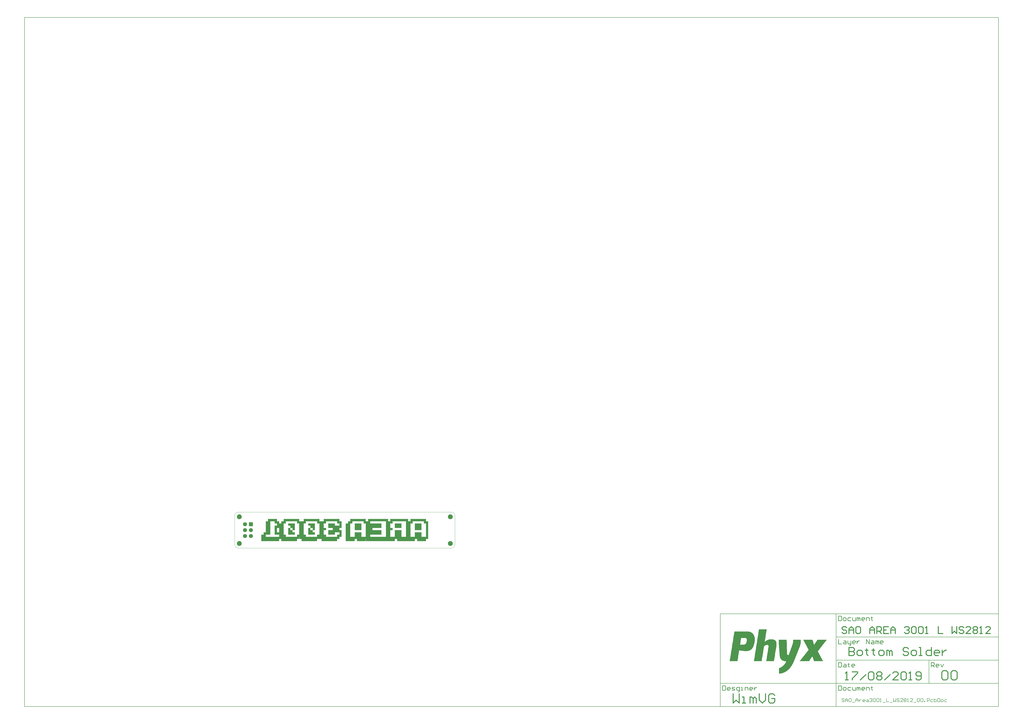
<source format=gbs>
G04*
G04 #@! TF.GenerationSoftware,Altium Limited,Altium Designer,18.1.7 (191)*
G04*
G04 Layer_Color=16711935*
%FSLAX25Y25*%
%MOIN*%
G70*
G01*
G75*
%ADD10C,0.01575*%
%ADD12C,0.00787*%
%ADD15C,0.00394*%
%ADD16C,0.00984*%
%ADD21C,0.08268*%
%ADD22C,0.06890*%
%ADD23R,0.06890X0.06890*%
G36*
X324938Y45566D02*
X328706D01*
Y41837D01*
Y38029D01*
Y34220D01*
Y30452D01*
Y26643D01*
Y22835D01*
Y19106D01*
Y15378D01*
X324938D01*
Y11649D01*
X309824D01*
Y15378D01*
X306015D01*
Y11649D01*
X290901D01*
Y15378D01*
X290861D01*
Y11649D01*
X275747D01*
Y15378D01*
X271938D01*
Y11649D01*
X256825D01*
Y15378D01*
X256785D01*
Y11649D01*
X222748D01*
Y15378D01*
X222708D01*
Y11649D01*
X207594D01*
Y15378D01*
X203785D01*
Y11649D01*
X188672D01*
Y15378D01*
Y19106D01*
Y22835D01*
Y26643D01*
Y30452D01*
Y34220D01*
Y38029D01*
Y41837D01*
X192400D01*
Y45566D01*
X196209D01*
Y49374D01*
X222708D01*
Y45566D01*
X226477D01*
Y49374D01*
X260553D01*
Y45566D01*
X264362D01*
Y49374D01*
X294630D01*
Y45566D01*
X298438D01*
Y49374D01*
X324938D01*
Y45566D01*
D02*
G37*
G36*
X177847D02*
X181616D01*
Y41837D01*
Y38029D01*
Y34220D01*
X177847D01*
Y30452D01*
X181616D01*
Y26643D01*
Y22835D01*
Y19106D01*
X177847D01*
Y15378D01*
X174039D01*
Y11649D01*
X147539D01*
Y15378D01*
X143811D01*
Y19106D01*
X143771D01*
Y15378D01*
X139962D01*
Y11649D01*
X113463D01*
Y15378D01*
X109734D01*
Y19106D01*
X109694D01*
Y15378D01*
X105886D01*
Y11649D01*
X79386D01*
Y15378D01*
X75618D01*
Y11649D01*
X45310D01*
Y15378D01*
Y19106D01*
Y22835D01*
X49118D01*
Y26643D01*
X52887D01*
Y30452D01*
Y34220D01*
Y38029D01*
Y41837D01*
Y45566D01*
X56695D01*
Y49374D01*
X71809D01*
Y45566D01*
X75618D01*
Y41837D01*
Y38029D01*
Y34220D01*
X71809D01*
Y30452D01*
Y26643D01*
X75658D01*
Y30452D01*
Y34220D01*
Y38029D01*
Y41837D01*
X79386D01*
Y45566D01*
X83195D01*
Y49374D01*
X109694D01*
Y45566D01*
X117271D01*
Y49374D01*
X143771D01*
Y45566D01*
X151348D01*
Y49374D01*
X177847D01*
Y45566D01*
D02*
G37*
G36*
X1005337Y-155808D02*
X1005050D01*
Y-156094D01*
X1004764D01*
Y-156380D01*
Y-156667D01*
X1004478D01*
Y-156953D01*
X1004192D01*
Y-157239D01*
X1003905D01*
Y-157526D01*
Y-157812D01*
X1003619D01*
Y-158098D01*
X1003333D01*
Y-158385D01*
X1003046D01*
Y-158671D01*
X1002760D01*
Y-158957D01*
Y-159244D01*
X1002474D01*
Y-159530D01*
X1002187D01*
Y-159816D01*
X1001901D01*
Y-160102D01*
Y-160389D01*
X1001615D01*
Y-160675D01*
X1001328D01*
Y-160961D01*
X1001042D01*
Y-161248D01*
X1000756D01*
Y-161534D01*
Y-161820D01*
X1000469D01*
Y-162107D01*
X1000183D01*
Y-162393D01*
X999897D01*
Y-162679D01*
Y-162966D01*
X999611D01*
Y-163252D01*
X999324D01*
Y-163538D01*
X999038D01*
Y-163824D01*
Y-164111D01*
X998752D01*
Y-164397D01*
X998465D01*
Y-164683D01*
X998179D01*
Y-164970D01*
X997893D01*
Y-165256D01*
Y-165542D01*
X997606D01*
Y-165829D01*
X997320D01*
Y-166115D01*
X997034D01*
Y-166401D01*
Y-166688D01*
X996747D01*
Y-166974D01*
X996461D01*
Y-167260D01*
X996175D01*
Y-167547D01*
Y-167833D01*
X995889D01*
Y-168119D01*
X995602D01*
Y-168405D01*
X995316D01*
Y-168692D01*
X995030D01*
Y-168978D01*
Y-169264D01*
X994743D01*
Y-169551D01*
X994457D01*
Y-169837D01*
X994171D01*
Y-170123D01*
Y-170410D01*
X993884D01*
Y-170696D01*
X993598D01*
Y-170982D01*
X993312D01*
Y-171269D01*
Y-171555D01*
X993025D01*
Y-171841D01*
X992739D01*
Y-172127D01*
X992453D01*
Y-172414D01*
X992166D01*
Y-172700D01*
Y-172986D01*
X991880D01*
Y-173273D01*
X991594D01*
Y-173559D01*
X991308D01*
Y-173845D01*
Y-174132D01*
X991021D01*
Y-174418D01*
X990735D01*
Y-174704D01*
X990449D01*
Y-174991D01*
X990162D01*
Y-175277D01*
Y-175563D01*
X990449D01*
Y-175850D01*
Y-176136D01*
X990735D01*
Y-176422D01*
Y-176709D01*
X991021D01*
Y-176995D01*
X991308D01*
Y-177281D01*
Y-177568D01*
X991594D01*
Y-177854D01*
Y-178140D01*
X991880D01*
Y-178426D01*
Y-178713D01*
X992166D01*
Y-178999D01*
Y-179285D01*
X992453D01*
Y-179572D01*
Y-179858D01*
X992739D01*
Y-180144D01*
Y-180431D01*
X993025D01*
Y-180717D01*
Y-181003D01*
X993312D01*
Y-181290D01*
Y-181576D01*
X993598D01*
Y-181862D01*
X993884D01*
Y-182149D01*
Y-182435D01*
X994171D01*
Y-182721D01*
Y-183007D01*
X994457D01*
Y-183294D01*
Y-183580D01*
X994743D01*
Y-183866D01*
Y-184153D01*
X995030D01*
Y-184439D01*
Y-184725D01*
X995316D01*
Y-185012D01*
Y-185298D01*
X995602D01*
Y-185584D01*
Y-185871D01*
X995889D01*
Y-186157D01*
X996175D01*
Y-186443D01*
Y-186730D01*
X996461D01*
Y-187016D01*
Y-187302D01*
X996747D01*
Y-187588D01*
Y-187875D01*
X997034D01*
Y-188161D01*
Y-188447D01*
X997320D01*
Y-188734D01*
Y-189020D01*
X997606D01*
Y-189306D01*
Y-189593D01*
X997893D01*
Y-189879D01*
Y-190165D01*
X998179D01*
Y-190452D01*
X998465D01*
Y-190738D01*
Y-191024D01*
X998752D01*
Y-191311D01*
Y-191597D01*
X999038D01*
Y-191883D01*
X983863D01*
Y-191597D01*
X983577D01*
Y-191311D01*
Y-191024D01*
Y-190738D01*
X983291D01*
Y-190452D01*
Y-190165D01*
Y-189879D01*
X983004D01*
Y-189593D01*
Y-189306D01*
X982718D01*
Y-189020D01*
Y-188734D01*
Y-188447D01*
X982432D01*
Y-188161D01*
Y-187875D01*
Y-187588D01*
X982146D01*
Y-187302D01*
Y-187016D01*
X981859D01*
Y-186730D01*
Y-186443D01*
Y-186157D01*
X981573D01*
Y-185871D01*
Y-185584D01*
Y-185298D01*
X981287D01*
Y-185012D01*
Y-184725D01*
Y-184439D01*
X981000D01*
Y-184153D01*
X980428D01*
Y-184439D01*
Y-184725D01*
X980141D01*
Y-185012D01*
X979855D01*
Y-185298D01*
Y-185584D01*
X979569D01*
Y-185871D01*
X979282D01*
Y-186157D01*
Y-186443D01*
X978996D01*
Y-186730D01*
X978710D01*
Y-187016D01*
Y-187302D01*
X978423D01*
Y-187588D01*
X978137D01*
Y-187875D01*
X977851D01*
Y-188161D01*
Y-188447D01*
X977565D01*
Y-188734D01*
X977278D01*
Y-189020D01*
Y-189306D01*
X976992D01*
Y-189593D01*
X976705D01*
Y-189879D01*
Y-190165D01*
X976419D01*
Y-190452D01*
X976133D01*
Y-190738D01*
Y-191024D01*
X975847D01*
Y-191311D01*
X975560D01*
Y-191597D01*
Y-191883D01*
X959527D01*
Y-191597D01*
X959813D01*
Y-191311D01*
X960099D01*
Y-191024D01*
X960386D01*
Y-190738D01*
X960672D01*
Y-190452D01*
Y-190165D01*
X960958D01*
Y-189879D01*
X961245D01*
Y-189593D01*
X961531D01*
Y-189306D01*
X961817D01*
Y-189020D01*
Y-188734D01*
X962104D01*
Y-188447D01*
X962390D01*
Y-188161D01*
X962676D01*
Y-187875D01*
Y-187588D01*
X962963D01*
Y-187302D01*
X963249D01*
Y-187016D01*
X963535D01*
Y-186730D01*
X963822D01*
Y-186443D01*
Y-186157D01*
X964108D01*
Y-185871D01*
X964394D01*
Y-185584D01*
X964680D01*
Y-185298D01*
X964967D01*
Y-185012D01*
Y-184725D01*
X965253D01*
Y-184439D01*
X965539D01*
Y-184153D01*
X965826D01*
Y-183866D01*
Y-183580D01*
X966112D01*
Y-183294D01*
X966398D01*
Y-183007D01*
X966685D01*
Y-182721D01*
X966971D01*
Y-182435D01*
Y-182149D01*
X967257D01*
Y-181862D01*
X967544D01*
Y-181576D01*
X967830D01*
Y-181290D01*
Y-181003D01*
X968116D01*
Y-180717D01*
X968402D01*
Y-180431D01*
X968689D01*
Y-180144D01*
X968975D01*
Y-179858D01*
Y-179572D01*
X969261D01*
Y-179285D01*
X969548D01*
Y-178999D01*
X969834D01*
Y-178713D01*
Y-178426D01*
X970120D01*
Y-178140D01*
X970407D01*
Y-177854D01*
X970693D01*
Y-177568D01*
X970979D01*
Y-177281D01*
Y-176995D01*
X971266D01*
Y-176709D01*
X971552D01*
Y-176422D01*
X971838D01*
Y-176136D01*
X972124D01*
Y-175850D01*
Y-175563D01*
X972411D01*
Y-175277D01*
X972697D01*
Y-174991D01*
X972983D01*
Y-174704D01*
Y-174418D01*
X973270D01*
Y-174132D01*
X973556D01*
Y-173845D01*
X973842D01*
Y-173559D01*
X974129D01*
Y-173273D01*
Y-172986D01*
X974415D01*
Y-172700D01*
Y-172414D01*
Y-172127D01*
X974129D01*
Y-171841D01*
X973842D01*
Y-171555D01*
Y-171269D01*
X973556D01*
Y-170982D01*
Y-170696D01*
X973270D01*
Y-170410D01*
Y-170123D01*
X972983D01*
Y-169837D01*
Y-169551D01*
X972697D01*
Y-169264D01*
Y-168978D01*
X972411D01*
Y-168692D01*
Y-168405D01*
X972124D01*
Y-168119D01*
X971838D01*
Y-167833D01*
Y-167547D01*
X971552D01*
Y-167260D01*
Y-166974D01*
X971266D01*
Y-166688D01*
Y-166401D01*
X970979D01*
Y-166115D01*
Y-165829D01*
X970693D01*
Y-165542D01*
Y-165256D01*
X970407D01*
Y-164970D01*
Y-164683D01*
X970120D01*
Y-164397D01*
X969834D01*
Y-164111D01*
Y-163824D01*
X969548D01*
Y-163538D01*
Y-163252D01*
X969261D01*
Y-162966D01*
Y-162679D01*
X968975D01*
Y-162393D01*
Y-162107D01*
X968689D01*
Y-161820D01*
Y-161534D01*
X968402D01*
Y-161248D01*
Y-160961D01*
X968116D01*
Y-160675D01*
Y-160389D01*
X967830D01*
Y-160102D01*
X967544D01*
Y-159816D01*
Y-159530D01*
X967257D01*
Y-159244D01*
Y-158957D01*
X966971D01*
Y-158671D01*
Y-158385D01*
X966685D01*
Y-158098D01*
Y-157812D01*
X966398D01*
Y-157526D01*
Y-157239D01*
X966112D01*
Y-156953D01*
Y-156667D01*
X965826D01*
Y-156380D01*
X965539D01*
Y-156094D01*
Y-155808D01*
X965253D01*
Y-155521D01*
X981000D01*
Y-155808D01*
X981287D01*
Y-156094D01*
Y-156380D01*
Y-156667D01*
X981573D01*
Y-156953D01*
Y-157239D01*
Y-157526D01*
X981859D01*
Y-157812D01*
Y-158098D01*
Y-158385D01*
X982146D01*
Y-158671D01*
Y-158957D01*
Y-159244D01*
X982432D01*
Y-159530D01*
Y-159816D01*
Y-160102D01*
X982718D01*
Y-160389D01*
Y-160675D01*
Y-160961D01*
X983004D01*
Y-161248D01*
Y-161534D01*
Y-161820D01*
X983291D01*
Y-162107D01*
Y-162393D01*
Y-162679D01*
X983577D01*
Y-162966D01*
Y-163252D01*
Y-163538D01*
Y-163824D01*
X984150D01*
Y-163538D01*
X984436D01*
Y-163252D01*
X984722D01*
Y-162966D01*
Y-162679D01*
X985009D01*
Y-162393D01*
X985295D01*
Y-162107D01*
Y-161820D01*
X985581D01*
Y-161534D01*
X985868D01*
Y-161248D01*
Y-160961D01*
X986154D01*
Y-160675D01*
X986440D01*
Y-160389D01*
Y-160102D01*
X986726D01*
Y-159816D01*
X987013D01*
Y-159530D01*
Y-159244D01*
X987299D01*
Y-158957D01*
X987585D01*
Y-158671D01*
Y-158385D01*
X987872D01*
Y-158098D01*
X988158D01*
Y-157812D01*
Y-157526D01*
X988444D01*
Y-157239D01*
X988731D01*
Y-156953D01*
Y-156667D01*
X989017D01*
Y-156380D01*
X989303D01*
Y-156094D01*
Y-155808D01*
X989590D01*
Y-155521D01*
X1005337D01*
Y-155808D01*
D02*
G37*
G36*
X872201Y-141778D02*
X873919D01*
Y-142065D01*
X874778D01*
Y-142351D01*
X875637D01*
Y-142637D01*
X876496D01*
Y-142924D01*
X877069D01*
Y-143210D01*
X877355D01*
Y-143496D01*
X877928D01*
Y-143783D01*
X878214D01*
Y-144069D01*
X878786D01*
Y-144355D01*
X879073D01*
Y-144641D01*
X879359D01*
Y-144928D01*
X879646D01*
Y-145214D01*
X879932D01*
Y-145501D01*
X880218D01*
Y-145787D01*
X880504D01*
Y-146073D01*
Y-146359D01*
X880791D01*
Y-146646D01*
X881077D01*
Y-146932D01*
Y-147218D01*
X881363D01*
Y-147505D01*
X881650D01*
Y-147791D01*
Y-148077D01*
X881936D01*
Y-148364D01*
Y-148650D01*
Y-148936D01*
X882222D01*
Y-149223D01*
Y-149509D01*
Y-149795D01*
X882509D01*
Y-150082D01*
Y-150368D01*
Y-150654D01*
Y-150940D01*
X882795D01*
Y-151227D01*
Y-151513D01*
Y-151799D01*
Y-152086D01*
Y-152372D01*
X883081D01*
Y-152658D01*
Y-152945D01*
Y-153231D01*
Y-153517D01*
Y-153804D01*
Y-154090D01*
Y-154376D01*
Y-154663D01*
Y-154949D01*
Y-155235D01*
Y-155521D01*
Y-155808D01*
Y-156094D01*
Y-156380D01*
Y-156667D01*
Y-156953D01*
Y-157239D01*
Y-157526D01*
Y-157812D01*
Y-158098D01*
X882795D01*
Y-158385D01*
Y-158671D01*
Y-158957D01*
Y-159244D01*
Y-159530D01*
Y-159816D01*
Y-160102D01*
X882509D01*
Y-160389D01*
Y-160675D01*
Y-160961D01*
Y-161248D01*
Y-161534D01*
X882222D01*
Y-161820D01*
Y-162107D01*
Y-162393D01*
Y-162679D01*
Y-162966D01*
X881936D01*
Y-163252D01*
Y-163538D01*
Y-163824D01*
X881650D01*
Y-164111D01*
Y-164397D01*
Y-164683D01*
Y-164970D01*
X881363D01*
Y-165256D01*
Y-165542D01*
Y-165829D01*
X881077D01*
Y-166115D01*
Y-166401D01*
X880791D01*
Y-166688D01*
Y-166974D01*
Y-167260D01*
X880504D01*
Y-167547D01*
Y-167833D01*
X880218D01*
Y-168119D01*
Y-168405D01*
X879932D01*
Y-168692D01*
Y-168978D01*
X879646D01*
Y-169264D01*
X879359D01*
Y-169551D01*
Y-169837D01*
X879073D01*
Y-170123D01*
X878786D01*
Y-170410D01*
X878500D01*
Y-170696D01*
Y-170982D01*
X878214D01*
Y-171269D01*
X877928D01*
Y-171555D01*
X877641D01*
Y-171841D01*
X877355D01*
Y-172127D01*
X877069D01*
Y-172414D01*
X876496D01*
Y-172700D01*
X876210D01*
Y-172986D01*
X875637D01*
Y-173273D01*
X875351D01*
Y-173559D01*
X874778D01*
Y-173845D01*
X873919D01*
Y-174132D01*
X873060D01*
Y-174418D01*
X872201D01*
Y-174704D01*
X870483D01*
Y-174991D01*
X865330D01*
Y-174704D01*
X862753D01*
Y-174418D01*
X860749D01*
Y-174132D01*
X859317D01*
Y-173845D01*
X857886D01*
Y-173559D01*
X856454D01*
Y-173845D01*
Y-174132D01*
Y-174418D01*
Y-174704D01*
Y-174991D01*
Y-175277D01*
Y-175563D01*
X856168D01*
Y-175850D01*
Y-176136D01*
Y-176422D01*
Y-176709D01*
Y-176995D01*
Y-177281D01*
X855882D01*
Y-177568D01*
Y-177854D01*
Y-178140D01*
Y-178426D01*
Y-178713D01*
Y-178999D01*
X855595D01*
Y-179285D01*
Y-179572D01*
Y-179858D01*
Y-180144D01*
Y-180431D01*
Y-180717D01*
Y-181003D01*
X855309D01*
Y-181290D01*
Y-181576D01*
Y-181862D01*
Y-182149D01*
Y-182435D01*
Y-182721D01*
X855023D01*
Y-183007D01*
Y-183294D01*
Y-183580D01*
Y-183866D01*
Y-184153D01*
Y-184439D01*
X854736D01*
Y-184725D01*
Y-185012D01*
Y-185298D01*
Y-185584D01*
Y-185871D01*
Y-186157D01*
Y-186443D01*
X854450D01*
Y-186730D01*
Y-187016D01*
Y-187302D01*
Y-187588D01*
Y-187875D01*
Y-188161D01*
X854164D01*
Y-188447D01*
Y-188734D01*
Y-189020D01*
Y-189306D01*
Y-189593D01*
Y-189879D01*
X853877D01*
Y-190165D01*
Y-190452D01*
Y-190738D01*
Y-191024D01*
Y-191311D01*
Y-191597D01*
Y-191883D01*
X840421D01*
Y-191597D01*
X840707D01*
Y-191311D01*
Y-191024D01*
Y-190738D01*
Y-190452D01*
Y-190165D01*
X840993D01*
Y-189879D01*
Y-189593D01*
Y-189306D01*
Y-189020D01*
Y-188734D01*
Y-188447D01*
Y-188161D01*
X841280D01*
Y-187875D01*
Y-187588D01*
Y-187302D01*
Y-187016D01*
Y-186730D01*
Y-186443D01*
X841566D01*
Y-186157D01*
Y-185871D01*
Y-185584D01*
Y-185298D01*
Y-185012D01*
Y-184725D01*
X841852D01*
Y-184439D01*
Y-184153D01*
Y-183866D01*
Y-183580D01*
Y-183294D01*
Y-183007D01*
Y-182721D01*
X842138D01*
Y-182435D01*
Y-182149D01*
Y-181862D01*
Y-181576D01*
Y-181290D01*
Y-181003D01*
X842425D01*
Y-180717D01*
Y-180431D01*
Y-180144D01*
Y-179858D01*
Y-179572D01*
Y-179285D01*
X842711D01*
Y-178999D01*
Y-178713D01*
Y-178426D01*
Y-178140D01*
Y-177854D01*
Y-177568D01*
X842997D01*
Y-177281D01*
Y-176995D01*
Y-176709D01*
Y-176422D01*
Y-176136D01*
Y-175850D01*
Y-175563D01*
X843284D01*
Y-175277D01*
Y-174991D01*
Y-174704D01*
Y-174418D01*
Y-174132D01*
Y-173845D01*
X843570D01*
Y-173559D01*
Y-173273D01*
Y-172986D01*
Y-172700D01*
Y-172414D01*
Y-172127D01*
X843856D01*
Y-171841D01*
Y-171555D01*
Y-171269D01*
Y-170982D01*
Y-170696D01*
Y-170410D01*
X844143D01*
Y-170123D01*
Y-169837D01*
Y-169551D01*
Y-169264D01*
Y-168978D01*
Y-168692D01*
Y-168405D01*
X844429D01*
Y-168119D01*
Y-167833D01*
Y-167547D01*
Y-167260D01*
Y-166974D01*
Y-166688D01*
X844715D01*
Y-166401D01*
Y-166115D01*
Y-165829D01*
Y-165542D01*
Y-165256D01*
Y-164970D01*
X845002D01*
Y-164683D01*
Y-164397D01*
Y-164111D01*
Y-163824D01*
Y-163538D01*
Y-163252D01*
Y-162966D01*
X845288D01*
Y-162679D01*
Y-162393D01*
Y-162107D01*
Y-161820D01*
Y-161534D01*
Y-161248D01*
X845574D01*
Y-160961D01*
Y-160675D01*
Y-160389D01*
Y-160102D01*
Y-159816D01*
Y-159530D01*
X845861D01*
Y-159244D01*
Y-158957D01*
Y-158671D01*
Y-158385D01*
Y-158098D01*
Y-157812D01*
X846147D01*
Y-157526D01*
Y-157239D01*
Y-156953D01*
Y-156667D01*
Y-156380D01*
Y-156094D01*
Y-155808D01*
X846433D01*
Y-155521D01*
Y-155235D01*
Y-154949D01*
Y-154663D01*
Y-154376D01*
Y-154090D01*
X846719D01*
Y-153804D01*
Y-153517D01*
Y-153231D01*
Y-152945D01*
Y-152658D01*
Y-152372D01*
X847006D01*
Y-152086D01*
Y-151799D01*
Y-151513D01*
Y-151227D01*
Y-150940D01*
Y-150654D01*
Y-150368D01*
X847292D01*
Y-150082D01*
Y-149795D01*
Y-149509D01*
Y-149223D01*
Y-148936D01*
Y-148650D01*
X847578D01*
Y-148364D01*
Y-148077D01*
Y-147791D01*
Y-147505D01*
Y-147218D01*
Y-146932D01*
X847865D01*
Y-146646D01*
Y-146359D01*
Y-146073D01*
Y-145787D01*
Y-145501D01*
Y-145214D01*
Y-144928D01*
X848151D01*
Y-144641D01*
Y-144355D01*
Y-144069D01*
Y-143783D01*
Y-143496D01*
Y-143210D01*
X848437D01*
Y-142924D01*
Y-142637D01*
Y-142351D01*
Y-142065D01*
Y-141778D01*
Y-141492D01*
X872201D01*
Y-141778D01*
D02*
G37*
G36*
X961245Y-155808D02*
Y-156094D01*
Y-156380D01*
Y-156667D01*
Y-156953D01*
Y-157239D01*
Y-157526D01*
Y-157812D01*
Y-158098D01*
Y-158385D01*
Y-158671D01*
Y-158957D01*
Y-159244D01*
Y-159530D01*
Y-159816D01*
Y-160102D01*
Y-160389D01*
Y-160675D01*
Y-160961D01*
Y-161248D01*
Y-161534D01*
X960958D01*
Y-161820D01*
Y-162107D01*
Y-162393D01*
Y-162679D01*
Y-162966D01*
X960672D01*
Y-163252D01*
Y-163538D01*
Y-163824D01*
Y-164111D01*
X960386D01*
Y-164397D01*
Y-164683D01*
Y-164970D01*
Y-165256D01*
X960099D01*
Y-165542D01*
Y-165829D01*
Y-166115D01*
X959813D01*
Y-166401D01*
Y-166688D01*
Y-166974D01*
X959527D01*
Y-167260D01*
Y-167547D01*
Y-167833D01*
X959241D01*
Y-168119D01*
Y-168405D01*
Y-168692D01*
X958954D01*
Y-168978D01*
Y-169264D01*
X958668D01*
Y-169551D01*
Y-169837D01*
X958381D01*
Y-170123D01*
Y-170410D01*
Y-170696D01*
X958095D01*
Y-170982D01*
Y-171269D01*
X957809D01*
Y-171555D01*
Y-171841D01*
Y-172127D01*
X957523D01*
Y-172414D01*
Y-172700D01*
X957236D01*
Y-172986D01*
Y-173273D01*
Y-173559D01*
X956950D01*
Y-173845D01*
Y-174132D01*
X956664D01*
Y-174418D01*
Y-174704D01*
Y-174991D01*
X956377D01*
Y-175277D01*
Y-175563D01*
X956091D01*
Y-175850D01*
Y-176136D01*
Y-176422D01*
X955805D01*
Y-176709D01*
Y-176995D01*
X955518D01*
Y-177281D01*
Y-177568D01*
Y-177854D01*
X955232D01*
Y-178140D01*
Y-178426D01*
X954946D01*
Y-178713D01*
Y-178999D01*
Y-179285D01*
X954659D01*
Y-179572D01*
Y-179858D01*
X954373D01*
Y-180144D01*
Y-180431D01*
Y-180717D01*
X954087D01*
Y-181003D01*
Y-181290D01*
X953800D01*
Y-181576D01*
Y-181862D01*
Y-182149D01*
X953514D01*
Y-182435D01*
Y-182721D01*
X953228D01*
Y-183007D01*
Y-183294D01*
Y-183580D01*
X952942D01*
Y-183866D01*
Y-184153D01*
X952655D01*
Y-184439D01*
Y-184725D01*
Y-185012D01*
X952369D01*
Y-185298D01*
Y-185584D01*
X952083D01*
Y-185871D01*
Y-186157D01*
Y-186443D01*
X951796D01*
Y-186730D01*
Y-187016D01*
X951510D01*
Y-187302D01*
Y-187588D01*
Y-187875D01*
X951224D01*
Y-188161D01*
Y-188447D01*
X950937D01*
Y-188734D01*
Y-189020D01*
Y-189306D01*
X950651D01*
Y-189593D01*
Y-189879D01*
X950365D01*
Y-190165D01*
Y-190452D01*
Y-190738D01*
X950078D01*
Y-191024D01*
Y-191311D01*
X949792D01*
Y-191597D01*
Y-191883D01*
Y-192169D01*
X949506D01*
Y-192456D01*
Y-192742D01*
X949220D01*
Y-193028D01*
Y-193315D01*
X948933D01*
Y-193601D01*
Y-193887D01*
X948647D01*
Y-194174D01*
Y-194460D01*
Y-194746D01*
X948361D01*
Y-195033D01*
X948074D01*
Y-195319D01*
Y-195605D01*
Y-195891D01*
X947788D01*
Y-196178D01*
X947502D01*
Y-196464D01*
Y-196750D01*
X947215D01*
Y-197037D01*
Y-197323D01*
X946929D01*
Y-197609D01*
Y-197896D01*
X946643D01*
Y-198182D01*
Y-198468D01*
X946356D01*
Y-198755D01*
X946070D01*
Y-199041D01*
Y-199327D01*
X945784D01*
Y-199614D01*
Y-199900D01*
X945497D01*
Y-200186D01*
X945211D01*
Y-200472D01*
X944925D01*
Y-200759D01*
Y-201045D01*
X944639D01*
Y-201331D01*
X944352D01*
Y-201618D01*
Y-201904D01*
X944066D01*
Y-202190D01*
X943780D01*
Y-202477D01*
X943493D01*
Y-202763D01*
Y-203049D01*
X943207D01*
Y-203336D01*
X942921D01*
Y-203622D01*
X942634D01*
Y-203908D01*
X942348D01*
Y-204195D01*
X942062D01*
Y-204481D01*
Y-204767D01*
X941775D01*
Y-205053D01*
X941489D01*
Y-205340D01*
X941203D01*
Y-205626D01*
X940916D01*
Y-205912D01*
X940630D01*
Y-206199D01*
X940344D01*
Y-206485D01*
X940057D01*
Y-206771D01*
X939485D01*
Y-207058D01*
X939199D01*
Y-207344D01*
X938912D01*
Y-207630D01*
X938626D01*
Y-207917D01*
X938340D01*
Y-208203D01*
X937767D01*
Y-208489D01*
X937481D01*
Y-208776D01*
X936908D01*
Y-209062D01*
X936622D01*
Y-209348D01*
X936049D01*
Y-209634D01*
X935763D01*
Y-209921D01*
X935190D01*
Y-210207D01*
X934618D01*
Y-210493D01*
X934045D01*
Y-210780D01*
X933472D01*
Y-211066D01*
X932900D01*
Y-211352D01*
X932041D01*
Y-211639D01*
X931468D01*
Y-211925D01*
X930609D01*
Y-212211D01*
X929464D01*
Y-212498D01*
X928319D01*
Y-212784D01*
X926601D01*
Y-213070D01*
X924597D01*
Y-213357D01*
X924310D01*
Y-213070D01*
Y-212784D01*
Y-212498D01*
Y-212211D01*
Y-211925D01*
Y-211639D01*
Y-211352D01*
Y-211066D01*
Y-210780D01*
Y-210493D01*
Y-210207D01*
Y-209921D01*
Y-209634D01*
Y-209348D01*
Y-209062D01*
Y-208776D01*
Y-208489D01*
Y-208203D01*
Y-207917D01*
Y-207630D01*
Y-207344D01*
Y-207058D01*
Y-206771D01*
Y-206485D01*
Y-206199D01*
Y-205912D01*
Y-205626D01*
Y-205340D01*
Y-205053D01*
Y-204767D01*
Y-204481D01*
Y-204195D01*
Y-203908D01*
X924883D01*
Y-203622D01*
X925455D01*
Y-203336D01*
X926028D01*
Y-203049D01*
X926601D01*
Y-202763D01*
X927173D01*
Y-202477D01*
X927746D01*
Y-202190D01*
X928032D01*
Y-201904D01*
X928605D01*
Y-201618D01*
X928891D01*
Y-201331D01*
X929464D01*
Y-201045D01*
X929750D01*
Y-200759D01*
X930037D01*
Y-200472D01*
X930609D01*
Y-200186D01*
X930896D01*
Y-199900D01*
X931182D01*
Y-199614D01*
X931468D01*
Y-199327D01*
X931754D01*
Y-199041D01*
X932041D01*
Y-198755D01*
X932327D01*
Y-198468D01*
X932613D01*
Y-198182D01*
X932900D01*
Y-197896D01*
X933186D01*
Y-197609D01*
X933472D01*
Y-197323D01*
X933759D01*
Y-197037D01*
Y-196750D01*
X934045D01*
Y-196464D01*
X934331D01*
Y-196178D01*
X934618D01*
Y-195891D01*
Y-195605D01*
X934904D01*
Y-195319D01*
X935190D01*
Y-195033D01*
Y-194746D01*
X935476D01*
Y-194460D01*
Y-194174D01*
X935763D01*
Y-193887D01*
X936049D01*
Y-193601D01*
Y-193315D01*
X936335D01*
Y-193028D01*
Y-192742D01*
X936622D01*
Y-192456D01*
Y-192169D01*
X934904D01*
Y-191883D01*
X932900D01*
Y-191597D01*
X931754D01*
Y-191311D01*
X931182D01*
Y-191024D01*
X930323D01*
Y-190738D01*
X929750D01*
Y-190452D01*
X929464D01*
Y-190165D01*
X928891D01*
Y-189879D01*
X928605D01*
Y-189593D01*
X928319D01*
Y-189306D01*
X928032D01*
Y-189020D01*
X927746D01*
Y-188734D01*
X927460D01*
Y-188447D01*
Y-188161D01*
X927173D01*
Y-187875D01*
X926887D01*
Y-187588D01*
Y-187302D01*
X926601D01*
Y-187016D01*
Y-186730D01*
X926315D01*
Y-186443D01*
Y-186157D01*
X926028D01*
Y-185871D01*
Y-185584D01*
Y-185298D01*
X925742D01*
Y-185012D01*
Y-184725D01*
Y-184439D01*
Y-184153D01*
X925455D01*
Y-183866D01*
Y-183580D01*
Y-183294D01*
Y-183007D01*
Y-182721D01*
Y-182435D01*
Y-182149D01*
X925169D01*
Y-181862D01*
Y-181576D01*
Y-181290D01*
Y-181003D01*
Y-180717D01*
Y-180431D01*
Y-180144D01*
Y-179858D01*
Y-179572D01*
Y-179285D01*
Y-178999D01*
Y-178713D01*
Y-178426D01*
Y-178140D01*
Y-177854D01*
X924883D01*
Y-177568D01*
Y-177281D01*
Y-176995D01*
Y-176709D01*
Y-176422D01*
Y-176136D01*
Y-175850D01*
Y-175563D01*
Y-175277D01*
Y-174991D01*
Y-174704D01*
Y-174418D01*
Y-174132D01*
Y-173845D01*
Y-173559D01*
X924597D01*
Y-173273D01*
Y-172986D01*
Y-172700D01*
Y-172414D01*
Y-172127D01*
Y-171841D01*
Y-171555D01*
Y-171269D01*
Y-170982D01*
Y-170696D01*
Y-170410D01*
Y-170123D01*
Y-169837D01*
Y-169551D01*
Y-169264D01*
Y-168978D01*
X924310D01*
Y-168692D01*
Y-168405D01*
Y-168119D01*
Y-167833D01*
Y-167547D01*
Y-167260D01*
Y-166974D01*
Y-166688D01*
Y-166401D01*
Y-166115D01*
Y-165829D01*
Y-165542D01*
Y-165256D01*
Y-164970D01*
Y-164683D01*
Y-164397D01*
X924024D01*
Y-164111D01*
Y-163824D01*
Y-163538D01*
Y-163252D01*
Y-162966D01*
Y-162679D01*
Y-162393D01*
Y-162107D01*
Y-161820D01*
Y-161534D01*
Y-161248D01*
Y-160961D01*
Y-160675D01*
Y-160389D01*
X923738D01*
Y-160102D01*
Y-159816D01*
Y-159530D01*
Y-159244D01*
Y-158957D01*
Y-158671D01*
Y-158385D01*
Y-158098D01*
Y-157812D01*
Y-157526D01*
Y-157239D01*
Y-156953D01*
Y-156667D01*
Y-156380D01*
Y-156094D01*
Y-155808D01*
X923451D01*
Y-155521D01*
X937194D01*
Y-155808D01*
Y-156094D01*
Y-156380D01*
Y-156667D01*
Y-156953D01*
Y-157239D01*
Y-157526D01*
Y-157812D01*
Y-158098D01*
Y-158385D01*
Y-158671D01*
Y-158957D01*
Y-159244D01*
Y-159530D01*
X937481D01*
Y-159816D01*
Y-160102D01*
Y-160389D01*
Y-160675D01*
Y-160961D01*
Y-161248D01*
Y-161534D01*
Y-161820D01*
Y-162107D01*
Y-162393D01*
Y-162679D01*
Y-162966D01*
Y-163252D01*
Y-163538D01*
Y-163824D01*
Y-164111D01*
Y-164397D01*
Y-164683D01*
Y-164970D01*
Y-165256D01*
Y-165542D01*
Y-165829D01*
Y-166115D01*
Y-166401D01*
Y-166688D01*
Y-166974D01*
Y-167260D01*
Y-167547D01*
Y-167833D01*
Y-168119D01*
Y-168405D01*
Y-168692D01*
Y-168978D01*
Y-169264D01*
Y-169551D01*
Y-169837D01*
Y-170123D01*
Y-170410D01*
Y-170696D01*
Y-170982D01*
Y-171269D01*
X937767D01*
Y-171555D01*
X937481D01*
Y-171841D01*
Y-172127D01*
X937767D01*
Y-172414D01*
Y-172700D01*
Y-172986D01*
Y-173273D01*
Y-173559D01*
Y-173845D01*
Y-174132D01*
Y-174418D01*
Y-174704D01*
Y-174991D01*
Y-175277D01*
Y-175563D01*
Y-175850D01*
Y-176136D01*
Y-176422D01*
Y-176709D01*
Y-176995D01*
Y-177281D01*
Y-177568D01*
Y-177854D01*
Y-178140D01*
Y-178426D01*
Y-178713D01*
Y-178999D01*
Y-179285D01*
Y-179572D01*
X938053D01*
Y-179858D01*
Y-180144D01*
Y-180431D01*
X938340D01*
Y-180717D01*
X938626D01*
Y-181003D01*
X938912D01*
Y-181290D01*
X939771D01*
Y-181576D01*
X940630D01*
Y-181290D01*
X940916D01*
Y-181003D01*
Y-180717D01*
Y-180431D01*
X941203D01*
Y-180144D01*
Y-179858D01*
X941489D01*
Y-179572D01*
Y-179285D01*
Y-178999D01*
X941775D01*
Y-178713D01*
Y-178426D01*
Y-178140D01*
X942062D01*
Y-177854D01*
Y-177568D01*
Y-177281D01*
X942348D01*
Y-176995D01*
Y-176709D01*
Y-176422D01*
X942634D01*
Y-176136D01*
Y-175850D01*
X942921D01*
Y-175563D01*
Y-175277D01*
Y-174991D01*
X943207D01*
Y-174704D01*
Y-174418D01*
Y-174132D01*
X943493D01*
Y-173845D01*
Y-173559D01*
Y-173273D01*
X943780D01*
Y-172986D01*
Y-172700D01*
X944066D01*
Y-172414D01*
Y-172127D01*
Y-171841D01*
X944352D01*
Y-171555D01*
Y-171269D01*
Y-170982D01*
X944639D01*
Y-170696D01*
Y-170410D01*
Y-170123D01*
X944925D01*
Y-169837D01*
Y-169551D01*
X945211D01*
Y-169264D01*
Y-168978D01*
Y-168692D01*
X945497D01*
Y-168405D01*
Y-168119D01*
Y-167833D01*
X945784D01*
Y-167547D01*
Y-167260D01*
Y-166974D01*
X946070D01*
Y-166688D01*
Y-166401D01*
X946356D01*
Y-166115D01*
Y-165829D01*
Y-165542D01*
X946643D01*
Y-165256D01*
Y-164970D01*
Y-164683D01*
X946929D01*
Y-164397D01*
Y-164111D01*
Y-163824D01*
X947215D01*
Y-163538D01*
Y-163252D01*
Y-162966D01*
Y-162679D01*
X947502D01*
Y-162393D01*
Y-162107D01*
Y-161820D01*
Y-161534D01*
X947788D01*
Y-161248D01*
Y-160961D01*
Y-160675D01*
Y-160389D01*
Y-160102D01*
X948074D01*
Y-159816D01*
Y-159530D01*
Y-159244D01*
Y-158957D01*
Y-158671D01*
Y-158385D01*
X948361D01*
Y-158098D01*
Y-157812D01*
Y-157526D01*
Y-157239D01*
Y-156953D01*
Y-156667D01*
Y-156380D01*
Y-156094D01*
Y-155808D01*
Y-155521D01*
X961245D01*
Y-155808D01*
D02*
G37*
G36*
X903409Y-138343D02*
Y-138629D01*
X903123D01*
Y-138915D01*
Y-139202D01*
Y-139488D01*
Y-139774D01*
Y-140060D01*
Y-140347D01*
X902837D01*
Y-140633D01*
Y-140919D01*
Y-141206D01*
Y-141492D01*
Y-141778D01*
Y-142065D01*
X902551D01*
Y-142351D01*
Y-142637D01*
Y-142924D01*
Y-143210D01*
Y-143496D01*
Y-143783D01*
Y-144069D01*
X902264D01*
Y-144355D01*
Y-144641D01*
Y-144928D01*
Y-145214D01*
Y-145501D01*
Y-145787D01*
X901978D01*
Y-146073D01*
Y-146359D01*
Y-146646D01*
Y-146932D01*
Y-147218D01*
Y-147505D01*
X901692D01*
Y-147791D01*
Y-148077D01*
Y-148364D01*
Y-148650D01*
Y-148936D01*
Y-149223D01*
Y-149509D01*
X901405D01*
Y-149795D01*
Y-150082D01*
Y-150368D01*
Y-150654D01*
Y-150940D01*
Y-151227D01*
X901119D01*
Y-151513D01*
Y-151799D01*
Y-152086D01*
Y-152372D01*
Y-152658D01*
Y-152945D01*
X900833D01*
Y-153231D01*
Y-153517D01*
Y-153804D01*
Y-154090D01*
Y-154376D01*
Y-154663D01*
X900546D01*
Y-154949D01*
Y-155235D01*
Y-155521D01*
Y-155808D01*
Y-156094D01*
Y-156380D01*
Y-156667D01*
X900260D01*
Y-156953D01*
Y-157239D01*
Y-157526D01*
Y-157812D01*
Y-158098D01*
Y-158385D01*
X899974D01*
Y-158671D01*
Y-158957D01*
X900546D01*
Y-158671D01*
X900833D01*
Y-158385D01*
X901119D01*
Y-158098D01*
X901692D01*
Y-157812D01*
X901978D01*
Y-157526D01*
X902264D01*
Y-157239D01*
X902837D01*
Y-156953D01*
X903409D01*
Y-156667D01*
X903696D01*
Y-156380D01*
X904268D01*
Y-156094D01*
X905127D01*
Y-155808D01*
X905700D01*
Y-155521D01*
X906559D01*
Y-155235D01*
X907990D01*
Y-154949D01*
X914289D01*
Y-155235D01*
X915435D01*
Y-155521D01*
X916294D01*
Y-155808D01*
X916866D01*
Y-156094D01*
X917153D01*
Y-156380D01*
X917725D01*
Y-156667D01*
X918011D01*
Y-156953D01*
X918298D01*
Y-157239D01*
X918584D01*
Y-157526D01*
X918870D01*
Y-157812D01*
Y-158098D01*
X919157D01*
Y-158385D01*
Y-158671D01*
X919443D01*
Y-158957D01*
Y-159244D01*
Y-159530D01*
X919729D01*
Y-159816D01*
Y-160102D01*
Y-160389D01*
Y-160675D01*
X920016D01*
Y-160961D01*
Y-161248D01*
Y-161534D01*
Y-161820D01*
Y-162107D01*
Y-162393D01*
Y-162679D01*
Y-162966D01*
Y-163252D01*
Y-163538D01*
Y-163824D01*
Y-164111D01*
Y-164397D01*
Y-164683D01*
Y-164970D01*
Y-165256D01*
Y-165542D01*
Y-165829D01*
X919729D01*
Y-166115D01*
Y-166401D01*
Y-166688D01*
Y-166974D01*
Y-167260D01*
Y-167547D01*
Y-167833D01*
X919443D01*
Y-168119D01*
Y-168405D01*
Y-168692D01*
Y-168978D01*
Y-169264D01*
Y-169551D01*
Y-169837D01*
X919157D01*
Y-170123D01*
Y-170410D01*
Y-170696D01*
Y-170982D01*
Y-171269D01*
Y-171555D01*
X918870D01*
Y-171841D01*
Y-172127D01*
Y-172414D01*
Y-172700D01*
Y-172986D01*
Y-173273D01*
X918584D01*
Y-173559D01*
Y-173845D01*
Y-174132D01*
Y-174418D01*
Y-174704D01*
Y-174991D01*
X918298D01*
Y-175277D01*
Y-175563D01*
Y-175850D01*
Y-176136D01*
Y-176422D01*
Y-176709D01*
Y-176995D01*
X918011D01*
Y-177281D01*
Y-177568D01*
Y-177854D01*
Y-178140D01*
Y-178426D01*
Y-178713D01*
X917725D01*
Y-178999D01*
Y-179285D01*
Y-179572D01*
Y-179858D01*
Y-180144D01*
Y-180431D01*
X917439D01*
Y-180717D01*
Y-181003D01*
Y-181290D01*
Y-181576D01*
Y-181862D01*
Y-182149D01*
Y-182435D01*
X917153D01*
Y-182721D01*
Y-183007D01*
Y-183294D01*
Y-183580D01*
Y-183866D01*
Y-184153D01*
X916866D01*
Y-184439D01*
Y-184725D01*
Y-185012D01*
Y-185298D01*
Y-185584D01*
Y-185871D01*
X916580D01*
Y-186157D01*
Y-186443D01*
Y-186730D01*
Y-187016D01*
Y-187302D01*
Y-187588D01*
X916294D01*
Y-187875D01*
Y-188161D01*
Y-188447D01*
Y-188734D01*
Y-189020D01*
Y-189306D01*
Y-189593D01*
X916007D01*
Y-189879D01*
Y-190165D01*
Y-190452D01*
Y-190738D01*
Y-191024D01*
Y-191311D01*
X915721D01*
Y-191597D01*
Y-191883D01*
X902551D01*
Y-191597D01*
Y-191311D01*
X902837D01*
Y-191024D01*
Y-190738D01*
Y-190452D01*
Y-190165D01*
Y-189879D01*
Y-189593D01*
X903123D01*
Y-189306D01*
Y-189020D01*
Y-188734D01*
Y-188447D01*
Y-188161D01*
Y-187875D01*
Y-187588D01*
X903409D01*
Y-187302D01*
Y-187016D01*
Y-186730D01*
Y-186443D01*
Y-186157D01*
Y-185871D01*
X903696D01*
Y-185584D01*
Y-185298D01*
Y-185012D01*
Y-184725D01*
Y-184439D01*
Y-184153D01*
X903982D01*
Y-183866D01*
Y-183580D01*
Y-183294D01*
Y-183007D01*
Y-182721D01*
Y-182435D01*
Y-182149D01*
X904268D01*
Y-181862D01*
Y-181576D01*
Y-181290D01*
Y-181003D01*
Y-180717D01*
Y-180431D01*
X904555D01*
Y-180144D01*
Y-179858D01*
Y-179572D01*
Y-179285D01*
Y-178999D01*
Y-178713D01*
Y-178426D01*
X904841D01*
Y-178140D01*
Y-177854D01*
Y-177568D01*
Y-177281D01*
Y-176995D01*
Y-176709D01*
X905127D01*
Y-176422D01*
Y-176136D01*
Y-175850D01*
Y-175563D01*
Y-175277D01*
Y-174991D01*
X905414D01*
Y-174704D01*
Y-174418D01*
Y-174132D01*
Y-173845D01*
Y-173559D01*
Y-173273D01*
X905700D01*
Y-172986D01*
Y-172700D01*
Y-172414D01*
Y-172127D01*
Y-171841D01*
Y-171555D01*
Y-171269D01*
X905986D01*
Y-170982D01*
Y-170696D01*
Y-170410D01*
Y-170123D01*
Y-169837D01*
Y-169551D01*
X906273D01*
Y-169264D01*
Y-168978D01*
Y-168692D01*
Y-168405D01*
Y-168119D01*
Y-167833D01*
Y-167547D01*
X906559D01*
Y-167260D01*
Y-166974D01*
Y-166688D01*
Y-166401D01*
Y-166115D01*
Y-165829D01*
X906273D01*
Y-165542D01*
Y-165256D01*
X905986D01*
Y-164970D01*
X905700D01*
Y-164683D01*
X905127D01*
Y-164397D01*
X903409D01*
Y-164683D01*
X901978D01*
Y-164970D01*
X901119D01*
Y-165256D01*
X900546D01*
Y-165542D01*
X900260D01*
Y-165829D01*
X899687D01*
Y-166115D01*
X899401D01*
Y-166401D01*
X899115D01*
Y-166688D01*
Y-166974D01*
X898828D01*
Y-167260D01*
Y-167547D01*
Y-167833D01*
X898542D01*
Y-168119D01*
Y-168405D01*
Y-168692D01*
Y-168978D01*
Y-169264D01*
Y-169551D01*
X898256D01*
Y-169837D01*
Y-170123D01*
Y-170410D01*
Y-170696D01*
Y-170982D01*
Y-171269D01*
Y-171555D01*
X897970D01*
Y-171841D01*
Y-172127D01*
Y-172414D01*
Y-172700D01*
Y-172986D01*
Y-173273D01*
X897683D01*
Y-173559D01*
Y-173845D01*
Y-174132D01*
Y-174418D01*
Y-174704D01*
Y-174991D01*
X897397D01*
Y-175277D01*
Y-175563D01*
Y-175850D01*
Y-176136D01*
Y-176422D01*
Y-176709D01*
X897111D01*
Y-176995D01*
Y-177281D01*
Y-177568D01*
Y-177854D01*
Y-178140D01*
Y-178426D01*
Y-178713D01*
X896824D01*
Y-178999D01*
Y-179285D01*
Y-179572D01*
Y-179858D01*
Y-180144D01*
Y-180431D01*
X896538D01*
Y-180717D01*
Y-181003D01*
Y-181290D01*
Y-181576D01*
Y-181862D01*
Y-182149D01*
X896252D01*
Y-182435D01*
Y-182721D01*
Y-183007D01*
Y-183294D01*
Y-183580D01*
Y-183866D01*
Y-184153D01*
X895965D01*
Y-184439D01*
Y-184725D01*
Y-185012D01*
Y-185298D01*
Y-185584D01*
Y-185871D01*
X895679D01*
Y-186157D01*
Y-186443D01*
Y-186730D01*
Y-187016D01*
Y-187302D01*
Y-187588D01*
X895393D01*
Y-187875D01*
Y-188161D01*
Y-188447D01*
Y-188734D01*
Y-189020D01*
Y-189306D01*
X895106D01*
Y-189593D01*
Y-189879D01*
Y-190165D01*
Y-190452D01*
Y-190738D01*
Y-191024D01*
Y-191311D01*
X894820D01*
Y-191597D01*
Y-191883D01*
X881650D01*
Y-191597D01*
Y-191311D01*
X881936D01*
Y-191024D01*
Y-190738D01*
Y-190452D01*
Y-190165D01*
Y-189879D01*
Y-189593D01*
Y-189306D01*
X882222D01*
Y-189020D01*
Y-188734D01*
Y-188447D01*
Y-188161D01*
Y-187875D01*
Y-187588D01*
X882509D01*
Y-187302D01*
Y-187016D01*
Y-186730D01*
Y-186443D01*
Y-186157D01*
Y-185871D01*
X882795D01*
Y-185584D01*
Y-185298D01*
Y-185012D01*
Y-184725D01*
Y-184439D01*
Y-184153D01*
Y-183866D01*
X883081D01*
Y-183580D01*
Y-183294D01*
Y-183007D01*
Y-182721D01*
Y-182435D01*
Y-182149D01*
X883368D01*
Y-181862D01*
Y-181576D01*
Y-181290D01*
Y-181003D01*
Y-180717D01*
Y-180431D01*
X883654D01*
Y-180144D01*
Y-179858D01*
Y-179572D01*
Y-179285D01*
Y-178999D01*
Y-178713D01*
X883940D01*
Y-178426D01*
Y-178140D01*
Y-177854D01*
Y-177568D01*
Y-177281D01*
Y-176995D01*
Y-176709D01*
X884227D01*
Y-176422D01*
Y-176136D01*
Y-175850D01*
Y-175563D01*
Y-175277D01*
Y-174991D01*
X884513D01*
Y-174704D01*
Y-174418D01*
Y-174132D01*
Y-173845D01*
Y-173559D01*
Y-173273D01*
X884799D01*
Y-172986D01*
Y-172700D01*
Y-172414D01*
Y-172127D01*
Y-171841D01*
Y-171555D01*
Y-171269D01*
X885085D01*
Y-170982D01*
Y-170696D01*
Y-170410D01*
Y-170123D01*
Y-169837D01*
Y-169551D01*
X885372D01*
Y-169264D01*
Y-168978D01*
Y-168692D01*
Y-168405D01*
Y-168119D01*
Y-167833D01*
X885658D01*
Y-167547D01*
Y-167260D01*
Y-166974D01*
Y-166688D01*
Y-166401D01*
Y-166115D01*
X885944D01*
Y-165829D01*
Y-165542D01*
Y-165256D01*
Y-164970D01*
Y-164683D01*
Y-164397D01*
Y-164111D01*
X886231D01*
Y-163824D01*
Y-163538D01*
Y-163252D01*
Y-162966D01*
Y-162679D01*
Y-162393D01*
X886517D01*
Y-162107D01*
Y-161820D01*
Y-161534D01*
Y-161248D01*
Y-160961D01*
Y-160675D01*
X886803D01*
Y-160389D01*
Y-160102D01*
Y-159816D01*
Y-159530D01*
Y-159244D01*
Y-158957D01*
X887090D01*
Y-158671D01*
Y-158385D01*
Y-158098D01*
Y-157812D01*
Y-157526D01*
Y-157239D01*
Y-156953D01*
X887376D01*
Y-156667D01*
Y-156380D01*
Y-156094D01*
Y-155808D01*
Y-155521D01*
Y-155235D01*
X887662D01*
Y-154949D01*
Y-154663D01*
Y-154376D01*
Y-154090D01*
Y-153804D01*
Y-153517D01*
X887949D01*
Y-153231D01*
Y-152945D01*
Y-152658D01*
Y-152372D01*
Y-152086D01*
Y-151799D01*
Y-151513D01*
X888235D01*
Y-151227D01*
Y-150940D01*
Y-150654D01*
Y-150368D01*
Y-150082D01*
Y-149795D01*
X888521D01*
Y-149509D01*
Y-149223D01*
Y-148936D01*
Y-148650D01*
Y-148364D01*
Y-148077D01*
X888807D01*
Y-147791D01*
Y-147505D01*
Y-147218D01*
Y-146932D01*
Y-146646D01*
Y-146359D01*
X889094D01*
Y-146073D01*
Y-145787D01*
Y-145501D01*
Y-145214D01*
Y-144928D01*
Y-144641D01*
Y-144355D01*
X889380D01*
Y-144069D01*
Y-143783D01*
Y-143496D01*
Y-143210D01*
Y-142924D01*
Y-142637D01*
X889666D01*
Y-142351D01*
Y-142065D01*
Y-141778D01*
Y-141492D01*
Y-141206D01*
Y-140919D01*
X889953D01*
Y-140633D01*
Y-140347D01*
Y-140060D01*
Y-139774D01*
Y-139488D01*
Y-139202D01*
Y-138915D01*
X890239D01*
Y-138629D01*
Y-138343D01*
Y-138056D01*
X903409D01*
Y-138343D01*
D02*
G37*
%LPC*%
G36*
X321129Y45566D02*
X302206D01*
Y41837D01*
X298438D01*
Y38029D01*
Y34220D01*
Y30452D01*
Y26643D01*
Y22835D01*
Y19106D01*
X306015D01*
Y22835D01*
Y26643D01*
X317320D01*
Y22835D01*
Y19106D01*
X324938D01*
Y22835D01*
Y26643D01*
Y30452D01*
Y34220D01*
Y38029D01*
Y41837D01*
X321129D01*
Y45566D01*
D02*
G37*
G36*
X290861D02*
X268130D01*
Y41837D01*
X264362D01*
Y38029D01*
Y34220D01*
X268130D01*
Y30452D01*
X264362D01*
Y26643D01*
Y22835D01*
Y19106D01*
X271938D01*
Y22835D01*
Y26643D01*
Y30452D01*
X283244D01*
Y26643D01*
Y22835D01*
Y19106D01*
X290861D01*
Y22835D01*
Y26643D01*
Y30452D01*
Y34220D01*
Y38029D01*
Y41837D01*
Y45566D01*
D02*
G37*
G36*
X256785D02*
X230285D01*
Y41837D01*
X249167D01*
Y38029D01*
Y34220D01*
X234053D01*
Y30452D01*
X249167D01*
Y26643D01*
Y22835D01*
X230285D01*
Y19106D01*
X256785D01*
Y22835D01*
Y26643D01*
Y30452D01*
Y34220D01*
Y38029D01*
Y41837D01*
Y45566D01*
D02*
G37*
G36*
X218899D02*
X199977D01*
Y41837D01*
X196209D01*
Y38029D01*
Y34220D01*
Y30452D01*
Y26643D01*
Y22835D01*
Y19106D01*
X203785D01*
Y22835D01*
Y26643D01*
X215091D01*
Y22835D01*
Y19106D01*
X222708D01*
Y22835D01*
Y26643D01*
Y30452D01*
Y34220D01*
Y38029D01*
Y41837D01*
X218899D01*
Y45566D01*
D02*
G37*
%LPD*%
G36*
X317320Y38029D02*
Y34220D01*
Y30452D01*
X306015D01*
Y34220D01*
Y38029D01*
Y41837D01*
X317320D01*
Y38029D01*
D02*
G37*
G36*
X283244D02*
Y34220D01*
X271938D01*
Y38029D01*
Y41837D01*
X283244D01*
Y38029D01*
D02*
G37*
G36*
X215091D02*
Y34220D01*
Y30452D01*
X203785D01*
Y34220D01*
Y38029D01*
Y41837D01*
X215091D01*
Y38029D01*
D02*
G37*
%LPC*%
G36*
X174039Y45566D02*
X155116D01*
Y41837D01*
X151348D01*
Y38029D01*
Y34220D01*
X155116D01*
Y30452D01*
X151348D01*
Y26643D01*
Y22835D01*
X155116D01*
Y19106D01*
X174039D01*
Y22835D01*
X177847D01*
Y26643D01*
X170230D01*
Y22835D01*
X158925D01*
Y26643D01*
Y30452D01*
X166542D01*
Y34220D01*
X158925D01*
Y38029D01*
Y41837D01*
X170230D01*
Y38029D01*
X177847D01*
Y41837D01*
X174039D01*
Y45566D01*
D02*
G37*
G36*
X139962D02*
X121040D01*
Y41837D01*
X117271D01*
Y38029D01*
Y34220D01*
Y30452D01*
Y26643D01*
Y22835D01*
X121040D01*
Y19106D01*
X139962D01*
Y22835D01*
X143771D01*
Y26643D01*
Y30452D01*
Y34220D01*
Y38029D01*
Y41837D01*
X139962D01*
Y45566D01*
D02*
G37*
G36*
X105886D02*
X86963D01*
Y41837D01*
X83195D01*
Y38029D01*
Y34220D01*
Y30452D01*
Y26643D01*
Y22835D01*
X86963D01*
Y19106D01*
X105886D01*
Y22835D01*
X109694D01*
Y26643D01*
Y30452D01*
Y34220D01*
Y38029D01*
Y41837D01*
X105886D01*
Y45566D01*
D02*
G37*
G36*
X68001D02*
X60504D01*
Y41837D01*
Y38029D01*
Y34220D01*
Y30452D01*
Y26643D01*
Y22835D01*
X52887D01*
Y19106D01*
X75618D01*
Y22835D01*
X68001D01*
Y26643D01*
Y30452D01*
Y34220D01*
Y38029D01*
X71809D01*
Y41837D01*
X68001D01*
Y45566D01*
D02*
G37*
%LPD*%
G36*
X136154Y38029D02*
Y34220D01*
Y30452D01*
X132465D01*
Y34220D01*
X128657D01*
Y38029D01*
X124848D01*
Y41837D01*
X136154D01*
Y38029D01*
D02*
G37*
G36*
X128657Y30452D02*
X132465D01*
Y26643D01*
X136154D01*
Y22835D01*
X124848D01*
Y26643D01*
Y30452D01*
Y34220D01*
X128657D01*
Y30452D01*
D02*
G37*
G36*
X102077Y38029D02*
Y34220D01*
Y30452D01*
X98389D01*
Y34220D01*
X94580D01*
Y38029D01*
X90772D01*
Y41837D01*
X102077D01*
Y38029D01*
D02*
G37*
G36*
X94580Y30452D02*
X98389D01*
Y26643D01*
X102077D01*
Y22835D01*
X90772D01*
Y26643D01*
Y30452D01*
Y34220D01*
X94580D01*
Y30452D01*
D02*
G37*
%LPC*%
G36*
X867907Y-152658D02*
X859890D01*
Y-152945D01*
Y-153231D01*
Y-153517D01*
Y-153804D01*
Y-154090D01*
X859604D01*
Y-154376D01*
Y-154663D01*
Y-154949D01*
Y-155235D01*
Y-155521D01*
Y-155808D01*
X859317D01*
Y-156094D01*
Y-156380D01*
Y-156667D01*
Y-156953D01*
Y-157239D01*
Y-157526D01*
X859031D01*
Y-157812D01*
Y-158098D01*
Y-158385D01*
Y-158671D01*
Y-158957D01*
Y-159244D01*
X858745D01*
Y-159530D01*
Y-159816D01*
Y-160102D01*
Y-160389D01*
Y-160675D01*
Y-160961D01*
Y-161248D01*
X858458D01*
Y-161534D01*
Y-161820D01*
Y-162107D01*
Y-162393D01*
Y-162679D01*
Y-162966D01*
X858172D01*
Y-163252D01*
Y-163538D01*
Y-163824D01*
X865330D01*
Y-163538D01*
X866475D01*
Y-163252D01*
X867048D01*
Y-162966D01*
X867334D01*
Y-162679D01*
X867620D01*
Y-162393D01*
X867907D01*
Y-162107D01*
X868193D01*
Y-161820D01*
Y-161534D01*
X868479D01*
Y-161248D01*
Y-160961D01*
X868766D01*
Y-160675D01*
Y-160389D01*
X869052D01*
Y-160102D01*
Y-159816D01*
Y-159530D01*
Y-159244D01*
X869338D01*
Y-158957D01*
Y-158671D01*
Y-158385D01*
Y-158098D01*
Y-157812D01*
X869625D01*
Y-157526D01*
Y-157239D01*
Y-156953D01*
Y-156667D01*
Y-156380D01*
Y-156094D01*
Y-155808D01*
Y-155521D01*
Y-155235D01*
Y-154949D01*
Y-154663D01*
X869338D01*
Y-154376D01*
Y-154090D01*
X869052D01*
Y-153804D01*
Y-153517D01*
X868766D01*
Y-153231D01*
X868479D01*
Y-152945D01*
X867907D01*
Y-152658D01*
D02*
G37*
%LPD*%
D10*
X1042921Y-168552D02*
Y-182327D01*
X1049809D01*
X1052104Y-180031D01*
Y-177735D01*
X1049809Y-175439D01*
X1042921D01*
X1049809D01*
X1052104Y-173144D01*
Y-170848D01*
X1049809Y-168552D01*
X1042921D01*
X1058992Y-182327D02*
X1063584D01*
X1065879Y-180031D01*
Y-175439D01*
X1063584Y-173144D01*
X1058992D01*
X1056696Y-175439D01*
Y-180031D01*
X1058992Y-182327D01*
X1072767Y-170848D02*
Y-173144D01*
X1070471D01*
X1075063D01*
X1072767D01*
Y-180031D01*
X1075063Y-182327D01*
X1084246Y-170848D02*
Y-173144D01*
X1081950D01*
X1086542D01*
X1084246D01*
Y-180031D01*
X1086542Y-182327D01*
X1095725D02*
X1100317D01*
X1102613Y-180031D01*
Y-175439D01*
X1100317Y-173144D01*
X1095725D01*
X1093430Y-175439D01*
Y-180031D01*
X1095725Y-182327D01*
X1107205D02*
Y-173144D01*
X1109501D01*
X1111796Y-175439D01*
Y-182327D01*
Y-175439D01*
X1114092Y-173144D01*
X1116388Y-175439D01*
Y-182327D01*
X1143938Y-170848D02*
X1141642Y-168552D01*
X1137051D01*
X1134755Y-170848D01*
Y-173144D01*
X1137051Y-175439D01*
X1141642D01*
X1143938Y-177735D01*
Y-180031D01*
X1141642Y-182327D01*
X1137051D01*
X1134755Y-180031D01*
X1150826Y-182327D02*
X1155417D01*
X1157713Y-180031D01*
Y-175439D01*
X1155417Y-173144D01*
X1150826D01*
X1148530Y-175439D01*
Y-180031D01*
X1150826Y-182327D01*
X1162305D02*
X1166897D01*
X1164601D01*
Y-168552D01*
X1162305D01*
X1182968D02*
Y-182327D01*
X1176080D01*
X1173784Y-180031D01*
Y-175439D01*
X1176080Y-173144D01*
X1182968D01*
X1194447Y-182327D02*
X1189855D01*
X1187559Y-180031D01*
Y-175439D01*
X1189855Y-173144D01*
X1194447D01*
X1196743Y-175439D01*
Y-177735D01*
X1187559D01*
X1201334Y-173144D02*
Y-182327D01*
Y-177735D01*
X1203630Y-175439D01*
X1205926Y-173144D01*
X1208222D01*
X846071Y-247293D02*
Y-263036D01*
X851318Y-257788D01*
X856566Y-263036D01*
Y-247293D01*
X861814Y-263036D02*
X867061D01*
X864437D01*
Y-252540D01*
X861814D01*
X874933Y-263036D02*
Y-252540D01*
X877556D01*
X880180Y-255164D01*
Y-263036D01*
Y-255164D01*
X882804Y-252540D01*
X885428Y-255164D01*
Y-263036D01*
X890676Y-247293D02*
Y-257788D01*
X895923Y-263036D01*
X901171Y-257788D01*
Y-247293D01*
X916914Y-249917D02*
X914290Y-247293D01*
X909042D01*
X906419Y-249917D01*
Y-260412D01*
X909042Y-263036D01*
X914290D01*
X916914Y-260412D01*
Y-255164D01*
X911666D01*
X1200401Y-210546D02*
X1203025Y-207923D01*
X1208273D01*
X1210897Y-210546D01*
Y-221042D01*
X1208273Y-223665D01*
X1203025D01*
X1200401Y-221042D01*
Y-210546D01*
X1216144D02*
X1218768Y-207923D01*
X1224016D01*
X1226639Y-210546D01*
Y-221042D01*
X1224016Y-223665D01*
X1218768D01*
X1216144Y-221042D01*
Y-210546D01*
X1037015Y-223665D02*
X1041607D01*
X1039311D01*
Y-209890D01*
X1037015Y-212186D01*
X1048495Y-209890D02*
X1057678D01*
Y-212186D01*
X1048495Y-221370D01*
Y-223665D01*
X1062270D02*
X1071453Y-214482D01*
X1076045Y-212186D02*
X1078341Y-209890D01*
X1082932D01*
X1085228Y-212186D01*
Y-221370D01*
X1082932Y-223665D01*
X1078341D01*
X1076045Y-221370D01*
Y-212186D01*
X1089820D02*
X1092116Y-209890D01*
X1096707D01*
X1099003Y-212186D01*
Y-214482D01*
X1096707Y-216778D01*
X1099003Y-219074D01*
Y-221370D01*
X1096707Y-223665D01*
X1092116D01*
X1089820Y-221370D01*
Y-219074D01*
X1092116Y-216778D01*
X1089820Y-214482D01*
Y-212186D01*
X1092116Y-216778D02*
X1096707D01*
X1103595Y-223665D02*
X1112778Y-214482D01*
X1126553Y-223665D02*
X1117370D01*
X1126553Y-214482D01*
Y-212186D01*
X1124258Y-209890D01*
X1119666D01*
X1117370Y-212186D01*
X1131145D02*
X1133441Y-209890D01*
X1138033D01*
X1140329Y-212186D01*
Y-221370D01*
X1138033Y-223665D01*
X1133441D01*
X1131145Y-221370D01*
Y-212186D01*
X1144920Y-223665D02*
X1149512D01*
X1147216D01*
Y-209890D01*
X1144920Y-212186D01*
X1156400Y-221370D02*
X1158695Y-223665D01*
X1163287D01*
X1165583Y-221370D01*
Y-212186D01*
X1163287Y-209890D01*
X1158695D01*
X1156400Y-212186D01*
Y-214482D01*
X1158695Y-216778D01*
X1165583D01*
X1038981Y-135086D02*
X1037014Y-133118D01*
X1033078D01*
X1031110Y-135086D01*
Y-137054D01*
X1033078Y-139022D01*
X1037014D01*
X1038981Y-140990D01*
Y-142957D01*
X1037014Y-144925D01*
X1033078D01*
X1031110Y-142957D01*
X1042917Y-144925D02*
Y-137054D01*
X1046853Y-133118D01*
X1050789Y-137054D01*
Y-144925D01*
Y-139022D01*
X1042917D01*
X1060628Y-133118D02*
X1056692D01*
X1054724Y-135086D01*
Y-142957D01*
X1056692Y-144925D01*
X1060628D01*
X1062596Y-142957D01*
Y-135086D01*
X1060628Y-133118D01*
X1078339Y-144925D02*
Y-137054D01*
X1082275Y-133118D01*
X1086210Y-137054D01*
Y-144925D01*
Y-139022D01*
X1078339D01*
X1090146Y-144925D02*
Y-133118D01*
X1096049D01*
X1098017Y-135086D01*
Y-139022D01*
X1096049Y-140990D01*
X1090146D01*
X1094082D02*
X1098017Y-144925D01*
X1109825Y-133118D02*
X1101953D01*
Y-144925D01*
X1109825D01*
X1101953Y-139022D02*
X1105889D01*
X1113760Y-144925D02*
Y-137054D01*
X1117696Y-133118D01*
X1121632Y-137054D01*
Y-144925D01*
Y-139022D01*
X1113760D01*
X1137375Y-135086D02*
X1139343Y-133118D01*
X1143278D01*
X1145246Y-135086D01*
Y-137054D01*
X1143278Y-139022D01*
X1141310D01*
X1143278D01*
X1145246Y-140990D01*
Y-142957D01*
X1143278Y-144925D01*
X1139343D01*
X1137375Y-142957D01*
X1149182Y-135086D02*
X1151150Y-133118D01*
X1155085D01*
X1157053Y-135086D01*
Y-142957D01*
X1155085Y-144925D01*
X1151150D01*
X1149182Y-142957D01*
Y-135086D01*
X1160989D02*
X1162957Y-133118D01*
X1166893D01*
X1168861Y-135086D01*
Y-142957D01*
X1166893Y-144925D01*
X1162957D01*
X1160989Y-142957D01*
Y-135086D01*
X1172796Y-144925D02*
X1176732D01*
X1174764D01*
Y-133118D01*
X1172796Y-135086D01*
X1194443Y-133118D02*
Y-144925D01*
X1202314D01*
X1218057Y-133118D02*
Y-144925D01*
X1221993Y-140990D01*
X1225929Y-144925D01*
Y-133118D01*
X1237736Y-135086D02*
X1235768Y-133118D01*
X1231832D01*
X1229865Y-135086D01*
Y-137054D01*
X1231832Y-139022D01*
X1235768D01*
X1237736Y-140990D01*
Y-142957D01*
X1235768Y-144925D01*
X1231832D01*
X1229865Y-142957D01*
X1249543Y-144925D02*
X1241672D01*
X1249543Y-137054D01*
Y-135086D01*
X1247575Y-133118D01*
X1243639D01*
X1241672Y-135086D01*
X1253479D02*
X1255447Y-133118D01*
X1259383D01*
X1261350Y-135086D01*
Y-137054D01*
X1259383Y-139022D01*
X1261350Y-140990D01*
Y-142957D01*
X1259383Y-144925D01*
X1255447D01*
X1253479Y-142957D01*
Y-140990D01*
X1255447Y-139022D01*
X1253479Y-137054D01*
Y-135086D01*
X1255447Y-139022D02*
X1259383D01*
X1265286Y-144925D02*
X1269222D01*
X1267254D01*
Y-133118D01*
X1265286Y-135086D01*
X1282997Y-144925D02*
X1275125D01*
X1282997Y-137054D01*
Y-135086D01*
X1281029Y-133118D01*
X1277093D01*
X1275125Y-135086D01*
D12*
X1178748Y-229571D02*
Y-190201D01*
X1021267Y-150831D02*
X1296858D01*
X1021267Y-190201D02*
X1296858D01*
X824417Y-229571D02*
X1296858D01*
X824417Y-111461D02*
X1296858D01*
X824417Y-268941D02*
Y-111461D01*
X1021267Y-268941D02*
Y-111461D01*
X-356685Y900350D02*
X1296858D01*
Y-268941D02*
Y900350D01*
X-356685Y-268941D02*
Y900350D01*
Y-268941D02*
X1296858D01*
X1035046Y-256147D02*
X1034062Y-255164D01*
X1032094D01*
X1031110Y-256147D01*
Y-257131D01*
X1032094Y-258115D01*
X1034062D01*
X1035046Y-259099D01*
Y-260083D01*
X1034062Y-261067D01*
X1032094D01*
X1031110Y-260083D01*
X1037014Y-261067D02*
Y-257131D01*
X1038981Y-255164D01*
X1040949Y-257131D01*
Y-261067D01*
Y-258115D01*
X1037014D01*
X1045869Y-255164D02*
X1043901D01*
X1042917Y-256147D01*
Y-260083D01*
X1043901Y-261067D01*
X1045869D01*
X1046853Y-260083D01*
Y-256147D01*
X1045869Y-255164D01*
X1048821Y-262051D02*
X1052757D01*
X1054724Y-261067D02*
Y-257131D01*
X1056692Y-255164D01*
X1058660Y-257131D01*
Y-261067D01*
Y-258115D01*
X1054724D01*
X1060628Y-257131D02*
Y-261067D01*
Y-259099D01*
X1061612Y-258115D01*
X1062596Y-257131D01*
X1063580D01*
X1069483Y-261067D02*
X1067515D01*
X1066531Y-260083D01*
Y-258115D01*
X1067515Y-257131D01*
X1069483D01*
X1070467Y-258115D01*
Y-259099D01*
X1066531D01*
X1073419Y-257131D02*
X1075387D01*
X1076371Y-258115D01*
Y-261067D01*
X1073419D01*
X1072435Y-260083D01*
X1073419Y-259099D01*
X1076371D01*
X1078339Y-256147D02*
X1079323Y-255164D01*
X1081291D01*
X1082275Y-256147D01*
Y-257131D01*
X1081291Y-258115D01*
X1080307D01*
X1081291D01*
X1082275Y-259099D01*
Y-260083D01*
X1081291Y-261067D01*
X1079323D01*
X1078339Y-260083D01*
X1084242Y-256147D02*
X1085226Y-255164D01*
X1087194D01*
X1088178Y-256147D01*
Y-260083D01*
X1087194Y-261067D01*
X1085226D01*
X1084242Y-260083D01*
Y-256147D01*
X1090146D02*
X1091130Y-255164D01*
X1093098D01*
X1094082Y-256147D01*
Y-260083D01*
X1093098Y-261067D01*
X1091130D01*
X1090146Y-260083D01*
Y-256147D01*
X1096049Y-261067D02*
X1098017D01*
X1097034D01*
Y-255164D01*
X1096049Y-256147D01*
X1100969Y-262051D02*
X1104905D01*
X1106873Y-255164D02*
Y-261067D01*
X1110808D01*
X1112776Y-262051D02*
X1116712D01*
X1118680Y-255164D02*
Y-261067D01*
X1120648Y-259099D01*
X1122616Y-261067D01*
Y-255164D01*
X1128519Y-256147D02*
X1127535Y-255164D01*
X1125568D01*
X1124584Y-256147D01*
Y-257131D01*
X1125568Y-258115D01*
X1127535D01*
X1128519Y-259099D01*
Y-260083D01*
X1127535Y-261067D01*
X1125568D01*
X1124584Y-260083D01*
X1134423Y-261067D02*
X1130487D01*
X1134423Y-257131D01*
Y-256147D01*
X1133439Y-255164D01*
X1131471D01*
X1130487Y-256147D01*
X1136391D02*
X1137375Y-255164D01*
X1139343D01*
X1140326Y-256147D01*
Y-257131D01*
X1139343Y-258115D01*
X1140326Y-259099D01*
Y-260083D01*
X1139343Y-261067D01*
X1137375D01*
X1136391Y-260083D01*
Y-259099D01*
X1137375Y-258115D01*
X1136391Y-257131D01*
Y-256147D01*
X1137375Y-258115D02*
X1139343D01*
X1142294Y-261067D02*
X1144262D01*
X1143278D01*
Y-255164D01*
X1142294Y-256147D01*
X1151150Y-261067D02*
X1147214D01*
X1151150Y-257131D01*
Y-256147D01*
X1150166Y-255164D01*
X1148198D01*
X1147214Y-256147D01*
X1153118Y-262051D02*
X1157053D01*
X1159021Y-256147D02*
X1160005Y-255164D01*
X1161973D01*
X1162957Y-256147D01*
Y-260083D01*
X1161973Y-261067D01*
X1160005D01*
X1159021Y-260083D01*
Y-256147D01*
X1164925D02*
X1165909Y-255164D01*
X1167877D01*
X1168861Y-256147D01*
Y-260083D01*
X1167877Y-261067D01*
X1165909D01*
X1164925Y-260083D01*
Y-256147D01*
X1170829Y-261067D02*
Y-260083D01*
X1171812D01*
Y-261067D01*
X1170829D01*
X1175748D02*
Y-255164D01*
X1178700D01*
X1179684Y-256147D01*
Y-258115D01*
X1178700Y-259099D01*
X1175748D01*
X1185588Y-257131D02*
X1182636D01*
X1181652Y-258115D01*
Y-260083D01*
X1182636Y-261067D01*
X1185588D01*
X1187555Y-255164D02*
Y-261067D01*
X1190507D01*
X1191491Y-260083D01*
Y-259099D01*
Y-258115D01*
X1190507Y-257131D01*
X1187555D01*
X1193459Y-255164D02*
Y-261067D01*
X1196411D01*
X1197395Y-260083D01*
Y-256147D01*
X1196411Y-255164D01*
X1193459D01*
X1200346Y-261067D02*
X1202314D01*
X1203298Y-260083D01*
Y-258115D01*
X1202314Y-257131D01*
X1200346D01*
X1199362Y-258115D01*
Y-260083D01*
X1200346Y-261067D01*
X1209202Y-257131D02*
X1206250D01*
X1205266Y-258115D01*
Y-260083D01*
X1206250Y-261067D01*
X1209202D01*
D15*
X368110Y0D02*
G03*
X374016Y5906I0J5906D01*
G01*
X374016Y55118D02*
G03*
X368110Y61024I-5906J0D01*
G01*
X5906Y61024D02*
G03*
X0Y55118I0J-5906D01*
G01*
X0Y5906D02*
G03*
X5906Y0I5906J0D01*
G01*
X368110D01*
X374016Y5906D02*
Y55118D01*
X5906Y61024D02*
X368110D01*
X0Y5906D02*
Y55118D01*
D16*
X1182685Y-202012D02*
Y-194141D01*
X1186621D01*
X1187932Y-195452D01*
Y-198076D01*
X1186621Y-199388D01*
X1182685D01*
X1185308D02*
X1187932Y-202012D01*
X1194492D02*
X1191868D01*
X1190556Y-200700D01*
Y-198076D01*
X1191868Y-196764D01*
X1194492D01*
X1195804Y-198076D01*
Y-199388D01*
X1190556D01*
X1198428Y-196764D02*
X1201052Y-202012D01*
X1203675Y-196764D01*
X828354Y-233511D02*
Y-241382D01*
X832290D01*
X833602Y-240070D01*
Y-234823D01*
X832290Y-233511D01*
X828354D01*
X840161Y-241382D02*
X837537D01*
X836226Y-240070D01*
Y-237446D01*
X837537Y-236134D01*
X840161D01*
X841473Y-237446D01*
Y-238758D01*
X836226D01*
X844097Y-241382D02*
X848033D01*
X849345Y-240070D01*
X848033Y-238758D01*
X845409D01*
X844097Y-237446D01*
X845409Y-236134D01*
X849345D01*
X854592Y-244006D02*
X855904D01*
X857216Y-242694D01*
Y-236134D01*
X853280D01*
X851968Y-237446D01*
Y-240070D01*
X853280Y-241382D01*
X857216D01*
X859840D02*
X862464D01*
X861152D01*
Y-236134D01*
X859840D01*
X866399Y-241382D02*
Y-236134D01*
X870335D01*
X871647Y-237446D01*
Y-241382D01*
X878207D02*
X875583D01*
X874271Y-240070D01*
Y-237446D01*
X875583Y-236134D01*
X878207D01*
X879519Y-237446D01*
Y-238758D01*
X874271D01*
X882143Y-236134D02*
Y-241382D01*
Y-238758D01*
X883454Y-237446D01*
X884766Y-236134D01*
X886078D01*
X1025204Y-115400D02*
Y-123272D01*
X1029140D01*
X1030452Y-121960D01*
Y-116712D01*
X1029140Y-115400D01*
X1025204D01*
X1034388Y-123272D02*
X1037012D01*
X1038323Y-121960D01*
Y-119336D01*
X1037012Y-118024D01*
X1034388D01*
X1033076Y-119336D01*
Y-121960D01*
X1034388Y-123272D01*
X1046195Y-118024D02*
X1042259D01*
X1040947Y-119336D01*
Y-121960D01*
X1042259Y-123272D01*
X1046195D01*
X1048819Y-118024D02*
Y-121960D01*
X1050131Y-123272D01*
X1054066D01*
Y-118024D01*
X1056690Y-123272D02*
Y-118024D01*
X1058002D01*
X1059314Y-119336D01*
Y-123272D01*
Y-119336D01*
X1060626Y-118024D01*
X1061938Y-119336D01*
Y-123272D01*
X1068498D02*
X1065874D01*
X1064562Y-121960D01*
Y-119336D01*
X1065874Y-118024D01*
X1068498D01*
X1069810Y-119336D01*
Y-120648D01*
X1064562D01*
X1072433Y-123272D02*
Y-118024D01*
X1076369D01*
X1077681Y-119336D01*
Y-123272D01*
X1081617Y-116712D02*
Y-118024D01*
X1080305D01*
X1082929D01*
X1081617D01*
Y-121960D01*
X1082929Y-123272D01*
X1025204Y-154770D02*
Y-162642D01*
X1030452D01*
X1034388Y-157394D02*
X1037012D01*
X1038323Y-158706D01*
Y-162642D01*
X1034388D01*
X1033076Y-161330D01*
X1034388Y-160018D01*
X1038323D01*
X1040947Y-157394D02*
Y-161330D01*
X1042259Y-162642D01*
X1046195D01*
Y-163954D01*
X1044883Y-165266D01*
X1043571D01*
X1046195Y-162642D02*
Y-157394D01*
X1052755Y-162642D02*
X1050131D01*
X1048819Y-161330D01*
Y-158706D01*
X1050131Y-157394D01*
X1052755D01*
X1054066Y-158706D01*
Y-160018D01*
X1048819D01*
X1056690Y-157394D02*
Y-162642D01*
Y-160018D01*
X1058002Y-158706D01*
X1059314Y-157394D01*
X1060626D01*
X1072433Y-162642D02*
Y-154770D01*
X1077681Y-162642D01*
Y-154770D01*
X1081617Y-157394D02*
X1084241D01*
X1085552Y-158706D01*
Y-162642D01*
X1081617D01*
X1080305Y-161330D01*
X1081617Y-160018D01*
X1085552D01*
X1088176Y-162642D02*
Y-157394D01*
X1089488D01*
X1090800Y-158706D01*
Y-162642D01*
Y-158706D01*
X1092112Y-157394D01*
X1093424Y-158706D01*
Y-162642D01*
X1099984D02*
X1097360D01*
X1096048Y-161330D01*
Y-158706D01*
X1097360Y-157394D01*
X1099984D01*
X1101295Y-158706D01*
Y-160018D01*
X1096048D01*
X1025204Y-194141D02*
Y-202012D01*
X1029140D01*
X1030452Y-200700D01*
Y-195452D01*
X1029140Y-194141D01*
X1025204D01*
X1034388Y-196764D02*
X1037012D01*
X1038323Y-198076D01*
Y-202012D01*
X1034388D01*
X1033076Y-200700D01*
X1034388Y-199388D01*
X1038323D01*
X1042259Y-195452D02*
Y-196764D01*
X1040947D01*
X1043571D01*
X1042259D01*
Y-200700D01*
X1043571Y-202012D01*
X1051443D02*
X1048819D01*
X1047507Y-200700D01*
Y-198076D01*
X1048819Y-196764D01*
X1051443D01*
X1052755Y-198076D01*
Y-199388D01*
X1047507D01*
X1025204Y-233511D02*
Y-241382D01*
X1029140D01*
X1030452Y-240070D01*
Y-234823D01*
X1029140Y-233511D01*
X1025204D01*
X1034388Y-241382D02*
X1037012D01*
X1038323Y-240070D01*
Y-237446D01*
X1037012Y-236134D01*
X1034388D01*
X1033076Y-237446D01*
Y-240070D01*
X1034388Y-241382D01*
X1046195Y-236134D02*
X1042259D01*
X1040947Y-237446D01*
Y-240070D01*
X1042259Y-241382D01*
X1046195D01*
X1048819Y-236134D02*
Y-240070D01*
X1050131Y-241382D01*
X1054066D01*
Y-236134D01*
X1056690Y-241382D02*
Y-236134D01*
X1058002D01*
X1059314Y-237446D01*
Y-241382D01*
Y-237446D01*
X1060626Y-236134D01*
X1061938Y-237446D01*
Y-241382D01*
X1068498D02*
X1065874D01*
X1064562Y-240070D01*
Y-237446D01*
X1065874Y-236134D01*
X1068498D01*
X1069810Y-237446D01*
Y-238758D01*
X1064562D01*
X1072433Y-241382D02*
Y-236134D01*
X1076369D01*
X1077681Y-237446D01*
Y-241382D01*
X1081617Y-234823D02*
Y-236134D01*
X1080305D01*
X1082929D01*
X1081617D01*
Y-240070D01*
X1082929Y-241382D01*
D21*
X366142Y53150D02*
D03*
Y7874D02*
D03*
X7874D02*
D03*
Y53150D02*
D03*
D22*
X17638Y20512D02*
D03*
X27638D02*
D03*
X17638Y30512D02*
D03*
X27638D02*
D03*
X17638Y40512D02*
D03*
D23*
X27638D02*
D03*
M02*

</source>
